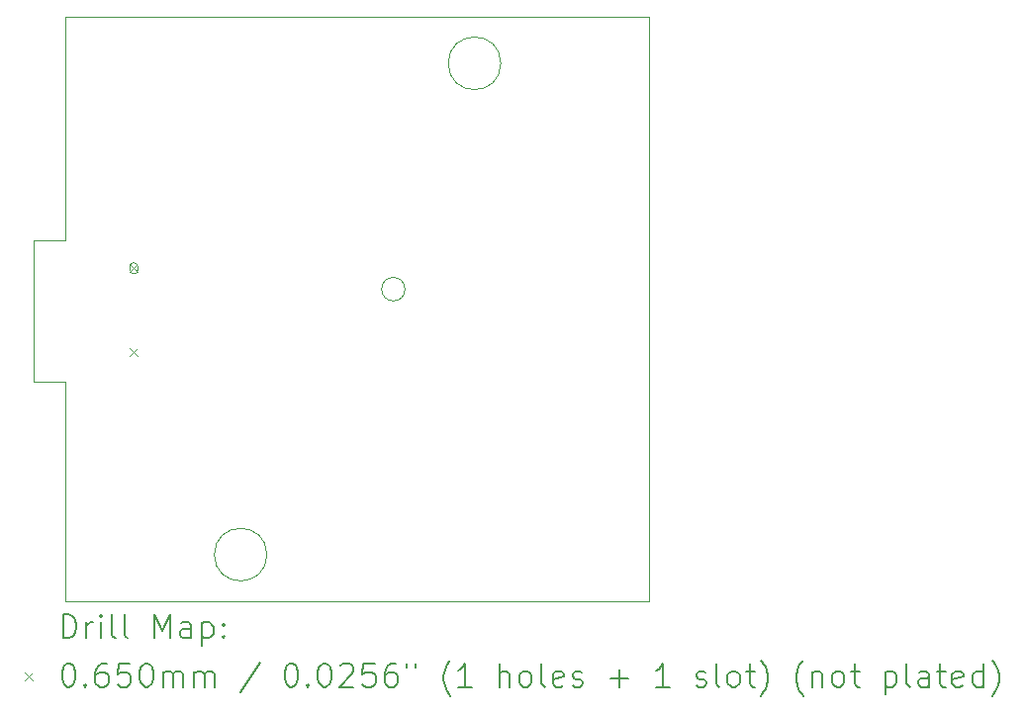
<source format=gbr>
%TF.GenerationSoftware,KiCad,Pcbnew,7.0.9*%
%TF.CreationDate,2023-11-26T00:13:49+01:00*%
%TF.ProjectId,v1,76312e6b-6963-4616-945f-706362585858,rev?*%
%TF.SameCoordinates,Original*%
%TF.FileFunction,Drillmap*%
%TF.FilePolarity,Positive*%
%FSLAX45Y45*%
G04 Gerber Fmt 4.5, Leading zero omitted, Abs format (unit mm)*
G04 Created by KiCad (PCBNEW 7.0.9) date 2023-11-26 00:13:49*
%MOMM*%
%LPD*%
G01*
G04 APERTURE LIST*
%ADD10C,0.100000*%
%ADD11C,0.200000*%
G04 APERTURE END LIST*
D10*
X17270720Y-7620000D02*
X17270720Y-12618720D01*
X12002000Y-10740000D02*
X12272000Y-10740000D01*
X17270720Y-12618720D02*
X12272000Y-12618720D01*
X12272000Y-9530000D02*
X12000000Y-9530000D01*
X12272000Y-7620000D02*
X17270720Y-7620000D01*
X15182000Y-9950000D02*
G75*
G03*
X15182000Y-9950000I-100000J0D01*
G01*
X12272000Y-12618720D02*
X12272000Y-10740000D01*
X12000000Y-9530000D02*
X12002000Y-10740000D01*
X16002200Y-8016240D02*
G75*
G03*
X16002200Y-8016240I-225000J0D01*
G01*
X14000680Y-12222480D02*
G75*
G03*
X14000680Y-12222480I-225000J0D01*
G01*
X12272000Y-9530000D02*
X12272000Y-7620000D01*
D11*
D10*
X12829500Y-9738500D02*
X12894500Y-9803500D01*
X12894500Y-9738500D02*
X12829500Y-9803500D01*
X12894500Y-9786000D02*
X12894500Y-9756000D01*
X12894500Y-9756000D02*
G75*
G03*
X12829500Y-9756000I-32500J0D01*
G01*
X12829500Y-9756000D02*
X12829500Y-9786000D01*
X12829500Y-9786000D02*
G75*
G03*
X12894500Y-9786000I32500J0D01*
G01*
X12829500Y-10458500D02*
X12894500Y-10523500D01*
X12894500Y-10458500D02*
X12829500Y-10523500D01*
D11*
X12255777Y-12935204D02*
X12255777Y-12735204D01*
X12255777Y-12735204D02*
X12303396Y-12735204D01*
X12303396Y-12735204D02*
X12331967Y-12744728D01*
X12331967Y-12744728D02*
X12351015Y-12763775D01*
X12351015Y-12763775D02*
X12360539Y-12782823D01*
X12360539Y-12782823D02*
X12370062Y-12820918D01*
X12370062Y-12820918D02*
X12370062Y-12849489D01*
X12370062Y-12849489D02*
X12360539Y-12887585D01*
X12360539Y-12887585D02*
X12351015Y-12906632D01*
X12351015Y-12906632D02*
X12331967Y-12925680D01*
X12331967Y-12925680D02*
X12303396Y-12935204D01*
X12303396Y-12935204D02*
X12255777Y-12935204D01*
X12455777Y-12935204D02*
X12455777Y-12801870D01*
X12455777Y-12839966D02*
X12465301Y-12820918D01*
X12465301Y-12820918D02*
X12474824Y-12811394D01*
X12474824Y-12811394D02*
X12493872Y-12801870D01*
X12493872Y-12801870D02*
X12512920Y-12801870D01*
X12579586Y-12935204D02*
X12579586Y-12801870D01*
X12579586Y-12735204D02*
X12570062Y-12744728D01*
X12570062Y-12744728D02*
X12579586Y-12754251D01*
X12579586Y-12754251D02*
X12589110Y-12744728D01*
X12589110Y-12744728D02*
X12579586Y-12735204D01*
X12579586Y-12735204D02*
X12579586Y-12754251D01*
X12703396Y-12935204D02*
X12684348Y-12925680D01*
X12684348Y-12925680D02*
X12674824Y-12906632D01*
X12674824Y-12906632D02*
X12674824Y-12735204D01*
X12808158Y-12935204D02*
X12789110Y-12925680D01*
X12789110Y-12925680D02*
X12779586Y-12906632D01*
X12779586Y-12906632D02*
X12779586Y-12735204D01*
X13036729Y-12935204D02*
X13036729Y-12735204D01*
X13036729Y-12735204D02*
X13103396Y-12878061D01*
X13103396Y-12878061D02*
X13170062Y-12735204D01*
X13170062Y-12735204D02*
X13170062Y-12935204D01*
X13351015Y-12935204D02*
X13351015Y-12830442D01*
X13351015Y-12830442D02*
X13341491Y-12811394D01*
X13341491Y-12811394D02*
X13322443Y-12801870D01*
X13322443Y-12801870D02*
X13284348Y-12801870D01*
X13284348Y-12801870D02*
X13265301Y-12811394D01*
X13351015Y-12925680D02*
X13331967Y-12935204D01*
X13331967Y-12935204D02*
X13284348Y-12935204D01*
X13284348Y-12935204D02*
X13265301Y-12925680D01*
X13265301Y-12925680D02*
X13255777Y-12906632D01*
X13255777Y-12906632D02*
X13255777Y-12887585D01*
X13255777Y-12887585D02*
X13265301Y-12868537D01*
X13265301Y-12868537D02*
X13284348Y-12859013D01*
X13284348Y-12859013D02*
X13331967Y-12859013D01*
X13331967Y-12859013D02*
X13351015Y-12849489D01*
X13446253Y-12801870D02*
X13446253Y-13001870D01*
X13446253Y-12811394D02*
X13465301Y-12801870D01*
X13465301Y-12801870D02*
X13503396Y-12801870D01*
X13503396Y-12801870D02*
X13522443Y-12811394D01*
X13522443Y-12811394D02*
X13531967Y-12820918D01*
X13531967Y-12820918D02*
X13541491Y-12839966D01*
X13541491Y-12839966D02*
X13541491Y-12897108D01*
X13541491Y-12897108D02*
X13531967Y-12916156D01*
X13531967Y-12916156D02*
X13522443Y-12925680D01*
X13522443Y-12925680D02*
X13503396Y-12935204D01*
X13503396Y-12935204D02*
X13465301Y-12935204D01*
X13465301Y-12935204D02*
X13446253Y-12925680D01*
X13627205Y-12916156D02*
X13636729Y-12925680D01*
X13636729Y-12925680D02*
X13627205Y-12935204D01*
X13627205Y-12935204D02*
X13617682Y-12925680D01*
X13617682Y-12925680D02*
X13627205Y-12916156D01*
X13627205Y-12916156D02*
X13627205Y-12935204D01*
X13627205Y-12811394D02*
X13636729Y-12820918D01*
X13636729Y-12820918D02*
X13627205Y-12830442D01*
X13627205Y-12830442D02*
X13617682Y-12820918D01*
X13617682Y-12820918D02*
X13627205Y-12811394D01*
X13627205Y-12811394D02*
X13627205Y-12830442D01*
D10*
X11930000Y-13231220D02*
X11995000Y-13296220D01*
X11995000Y-13231220D02*
X11930000Y-13296220D01*
D11*
X12293872Y-13155204D02*
X12312920Y-13155204D01*
X12312920Y-13155204D02*
X12331967Y-13164728D01*
X12331967Y-13164728D02*
X12341491Y-13174251D01*
X12341491Y-13174251D02*
X12351015Y-13193299D01*
X12351015Y-13193299D02*
X12360539Y-13231394D01*
X12360539Y-13231394D02*
X12360539Y-13279013D01*
X12360539Y-13279013D02*
X12351015Y-13317108D01*
X12351015Y-13317108D02*
X12341491Y-13336156D01*
X12341491Y-13336156D02*
X12331967Y-13345680D01*
X12331967Y-13345680D02*
X12312920Y-13355204D01*
X12312920Y-13355204D02*
X12293872Y-13355204D01*
X12293872Y-13355204D02*
X12274824Y-13345680D01*
X12274824Y-13345680D02*
X12265301Y-13336156D01*
X12265301Y-13336156D02*
X12255777Y-13317108D01*
X12255777Y-13317108D02*
X12246253Y-13279013D01*
X12246253Y-13279013D02*
X12246253Y-13231394D01*
X12246253Y-13231394D02*
X12255777Y-13193299D01*
X12255777Y-13193299D02*
X12265301Y-13174251D01*
X12265301Y-13174251D02*
X12274824Y-13164728D01*
X12274824Y-13164728D02*
X12293872Y-13155204D01*
X12446253Y-13336156D02*
X12455777Y-13345680D01*
X12455777Y-13345680D02*
X12446253Y-13355204D01*
X12446253Y-13355204D02*
X12436729Y-13345680D01*
X12436729Y-13345680D02*
X12446253Y-13336156D01*
X12446253Y-13336156D02*
X12446253Y-13355204D01*
X12627205Y-13155204D02*
X12589110Y-13155204D01*
X12589110Y-13155204D02*
X12570062Y-13164728D01*
X12570062Y-13164728D02*
X12560539Y-13174251D01*
X12560539Y-13174251D02*
X12541491Y-13202823D01*
X12541491Y-13202823D02*
X12531967Y-13240918D01*
X12531967Y-13240918D02*
X12531967Y-13317108D01*
X12531967Y-13317108D02*
X12541491Y-13336156D01*
X12541491Y-13336156D02*
X12551015Y-13345680D01*
X12551015Y-13345680D02*
X12570062Y-13355204D01*
X12570062Y-13355204D02*
X12608158Y-13355204D01*
X12608158Y-13355204D02*
X12627205Y-13345680D01*
X12627205Y-13345680D02*
X12636729Y-13336156D01*
X12636729Y-13336156D02*
X12646253Y-13317108D01*
X12646253Y-13317108D02*
X12646253Y-13269489D01*
X12646253Y-13269489D02*
X12636729Y-13250442D01*
X12636729Y-13250442D02*
X12627205Y-13240918D01*
X12627205Y-13240918D02*
X12608158Y-13231394D01*
X12608158Y-13231394D02*
X12570062Y-13231394D01*
X12570062Y-13231394D02*
X12551015Y-13240918D01*
X12551015Y-13240918D02*
X12541491Y-13250442D01*
X12541491Y-13250442D02*
X12531967Y-13269489D01*
X12827205Y-13155204D02*
X12731967Y-13155204D01*
X12731967Y-13155204D02*
X12722443Y-13250442D01*
X12722443Y-13250442D02*
X12731967Y-13240918D01*
X12731967Y-13240918D02*
X12751015Y-13231394D01*
X12751015Y-13231394D02*
X12798634Y-13231394D01*
X12798634Y-13231394D02*
X12817682Y-13240918D01*
X12817682Y-13240918D02*
X12827205Y-13250442D01*
X12827205Y-13250442D02*
X12836729Y-13269489D01*
X12836729Y-13269489D02*
X12836729Y-13317108D01*
X12836729Y-13317108D02*
X12827205Y-13336156D01*
X12827205Y-13336156D02*
X12817682Y-13345680D01*
X12817682Y-13345680D02*
X12798634Y-13355204D01*
X12798634Y-13355204D02*
X12751015Y-13355204D01*
X12751015Y-13355204D02*
X12731967Y-13345680D01*
X12731967Y-13345680D02*
X12722443Y-13336156D01*
X12960539Y-13155204D02*
X12979586Y-13155204D01*
X12979586Y-13155204D02*
X12998634Y-13164728D01*
X12998634Y-13164728D02*
X13008158Y-13174251D01*
X13008158Y-13174251D02*
X13017682Y-13193299D01*
X13017682Y-13193299D02*
X13027205Y-13231394D01*
X13027205Y-13231394D02*
X13027205Y-13279013D01*
X13027205Y-13279013D02*
X13017682Y-13317108D01*
X13017682Y-13317108D02*
X13008158Y-13336156D01*
X13008158Y-13336156D02*
X12998634Y-13345680D01*
X12998634Y-13345680D02*
X12979586Y-13355204D01*
X12979586Y-13355204D02*
X12960539Y-13355204D01*
X12960539Y-13355204D02*
X12941491Y-13345680D01*
X12941491Y-13345680D02*
X12931967Y-13336156D01*
X12931967Y-13336156D02*
X12922443Y-13317108D01*
X12922443Y-13317108D02*
X12912920Y-13279013D01*
X12912920Y-13279013D02*
X12912920Y-13231394D01*
X12912920Y-13231394D02*
X12922443Y-13193299D01*
X12922443Y-13193299D02*
X12931967Y-13174251D01*
X12931967Y-13174251D02*
X12941491Y-13164728D01*
X12941491Y-13164728D02*
X12960539Y-13155204D01*
X13112920Y-13355204D02*
X13112920Y-13221870D01*
X13112920Y-13240918D02*
X13122443Y-13231394D01*
X13122443Y-13231394D02*
X13141491Y-13221870D01*
X13141491Y-13221870D02*
X13170063Y-13221870D01*
X13170063Y-13221870D02*
X13189110Y-13231394D01*
X13189110Y-13231394D02*
X13198634Y-13250442D01*
X13198634Y-13250442D02*
X13198634Y-13355204D01*
X13198634Y-13250442D02*
X13208158Y-13231394D01*
X13208158Y-13231394D02*
X13227205Y-13221870D01*
X13227205Y-13221870D02*
X13255777Y-13221870D01*
X13255777Y-13221870D02*
X13274824Y-13231394D01*
X13274824Y-13231394D02*
X13284348Y-13250442D01*
X13284348Y-13250442D02*
X13284348Y-13355204D01*
X13379586Y-13355204D02*
X13379586Y-13221870D01*
X13379586Y-13240918D02*
X13389110Y-13231394D01*
X13389110Y-13231394D02*
X13408158Y-13221870D01*
X13408158Y-13221870D02*
X13436729Y-13221870D01*
X13436729Y-13221870D02*
X13455777Y-13231394D01*
X13455777Y-13231394D02*
X13465301Y-13250442D01*
X13465301Y-13250442D02*
X13465301Y-13355204D01*
X13465301Y-13250442D02*
X13474824Y-13231394D01*
X13474824Y-13231394D02*
X13493872Y-13221870D01*
X13493872Y-13221870D02*
X13522443Y-13221870D01*
X13522443Y-13221870D02*
X13541491Y-13231394D01*
X13541491Y-13231394D02*
X13551015Y-13250442D01*
X13551015Y-13250442D02*
X13551015Y-13355204D01*
X13941491Y-13145680D02*
X13770063Y-13402823D01*
X14198634Y-13155204D02*
X14217682Y-13155204D01*
X14217682Y-13155204D02*
X14236729Y-13164728D01*
X14236729Y-13164728D02*
X14246253Y-13174251D01*
X14246253Y-13174251D02*
X14255777Y-13193299D01*
X14255777Y-13193299D02*
X14265301Y-13231394D01*
X14265301Y-13231394D02*
X14265301Y-13279013D01*
X14265301Y-13279013D02*
X14255777Y-13317108D01*
X14255777Y-13317108D02*
X14246253Y-13336156D01*
X14246253Y-13336156D02*
X14236729Y-13345680D01*
X14236729Y-13345680D02*
X14217682Y-13355204D01*
X14217682Y-13355204D02*
X14198634Y-13355204D01*
X14198634Y-13355204D02*
X14179586Y-13345680D01*
X14179586Y-13345680D02*
X14170063Y-13336156D01*
X14170063Y-13336156D02*
X14160539Y-13317108D01*
X14160539Y-13317108D02*
X14151015Y-13279013D01*
X14151015Y-13279013D02*
X14151015Y-13231394D01*
X14151015Y-13231394D02*
X14160539Y-13193299D01*
X14160539Y-13193299D02*
X14170063Y-13174251D01*
X14170063Y-13174251D02*
X14179586Y-13164728D01*
X14179586Y-13164728D02*
X14198634Y-13155204D01*
X14351015Y-13336156D02*
X14360539Y-13345680D01*
X14360539Y-13345680D02*
X14351015Y-13355204D01*
X14351015Y-13355204D02*
X14341491Y-13345680D01*
X14341491Y-13345680D02*
X14351015Y-13336156D01*
X14351015Y-13336156D02*
X14351015Y-13355204D01*
X14484348Y-13155204D02*
X14503396Y-13155204D01*
X14503396Y-13155204D02*
X14522444Y-13164728D01*
X14522444Y-13164728D02*
X14531967Y-13174251D01*
X14531967Y-13174251D02*
X14541491Y-13193299D01*
X14541491Y-13193299D02*
X14551015Y-13231394D01*
X14551015Y-13231394D02*
X14551015Y-13279013D01*
X14551015Y-13279013D02*
X14541491Y-13317108D01*
X14541491Y-13317108D02*
X14531967Y-13336156D01*
X14531967Y-13336156D02*
X14522444Y-13345680D01*
X14522444Y-13345680D02*
X14503396Y-13355204D01*
X14503396Y-13355204D02*
X14484348Y-13355204D01*
X14484348Y-13355204D02*
X14465301Y-13345680D01*
X14465301Y-13345680D02*
X14455777Y-13336156D01*
X14455777Y-13336156D02*
X14446253Y-13317108D01*
X14446253Y-13317108D02*
X14436729Y-13279013D01*
X14436729Y-13279013D02*
X14436729Y-13231394D01*
X14436729Y-13231394D02*
X14446253Y-13193299D01*
X14446253Y-13193299D02*
X14455777Y-13174251D01*
X14455777Y-13174251D02*
X14465301Y-13164728D01*
X14465301Y-13164728D02*
X14484348Y-13155204D01*
X14627206Y-13174251D02*
X14636729Y-13164728D01*
X14636729Y-13164728D02*
X14655777Y-13155204D01*
X14655777Y-13155204D02*
X14703396Y-13155204D01*
X14703396Y-13155204D02*
X14722444Y-13164728D01*
X14722444Y-13164728D02*
X14731967Y-13174251D01*
X14731967Y-13174251D02*
X14741491Y-13193299D01*
X14741491Y-13193299D02*
X14741491Y-13212347D01*
X14741491Y-13212347D02*
X14731967Y-13240918D01*
X14731967Y-13240918D02*
X14617682Y-13355204D01*
X14617682Y-13355204D02*
X14741491Y-13355204D01*
X14922444Y-13155204D02*
X14827206Y-13155204D01*
X14827206Y-13155204D02*
X14817682Y-13250442D01*
X14817682Y-13250442D02*
X14827206Y-13240918D01*
X14827206Y-13240918D02*
X14846253Y-13231394D01*
X14846253Y-13231394D02*
X14893872Y-13231394D01*
X14893872Y-13231394D02*
X14912920Y-13240918D01*
X14912920Y-13240918D02*
X14922444Y-13250442D01*
X14922444Y-13250442D02*
X14931967Y-13269489D01*
X14931967Y-13269489D02*
X14931967Y-13317108D01*
X14931967Y-13317108D02*
X14922444Y-13336156D01*
X14922444Y-13336156D02*
X14912920Y-13345680D01*
X14912920Y-13345680D02*
X14893872Y-13355204D01*
X14893872Y-13355204D02*
X14846253Y-13355204D01*
X14846253Y-13355204D02*
X14827206Y-13345680D01*
X14827206Y-13345680D02*
X14817682Y-13336156D01*
X15103396Y-13155204D02*
X15065301Y-13155204D01*
X15065301Y-13155204D02*
X15046253Y-13164728D01*
X15046253Y-13164728D02*
X15036729Y-13174251D01*
X15036729Y-13174251D02*
X15017682Y-13202823D01*
X15017682Y-13202823D02*
X15008158Y-13240918D01*
X15008158Y-13240918D02*
X15008158Y-13317108D01*
X15008158Y-13317108D02*
X15017682Y-13336156D01*
X15017682Y-13336156D02*
X15027206Y-13345680D01*
X15027206Y-13345680D02*
X15046253Y-13355204D01*
X15046253Y-13355204D02*
X15084348Y-13355204D01*
X15084348Y-13355204D02*
X15103396Y-13345680D01*
X15103396Y-13345680D02*
X15112920Y-13336156D01*
X15112920Y-13336156D02*
X15122444Y-13317108D01*
X15122444Y-13317108D02*
X15122444Y-13269489D01*
X15122444Y-13269489D02*
X15112920Y-13250442D01*
X15112920Y-13250442D02*
X15103396Y-13240918D01*
X15103396Y-13240918D02*
X15084348Y-13231394D01*
X15084348Y-13231394D02*
X15046253Y-13231394D01*
X15046253Y-13231394D02*
X15027206Y-13240918D01*
X15027206Y-13240918D02*
X15017682Y-13250442D01*
X15017682Y-13250442D02*
X15008158Y-13269489D01*
X15198634Y-13155204D02*
X15198634Y-13193299D01*
X15274825Y-13155204D02*
X15274825Y-13193299D01*
X15570063Y-13431394D02*
X15560539Y-13421870D01*
X15560539Y-13421870D02*
X15541491Y-13393299D01*
X15541491Y-13393299D02*
X15531968Y-13374251D01*
X15531968Y-13374251D02*
X15522444Y-13345680D01*
X15522444Y-13345680D02*
X15512920Y-13298061D01*
X15512920Y-13298061D02*
X15512920Y-13259966D01*
X15512920Y-13259966D02*
X15522444Y-13212347D01*
X15522444Y-13212347D02*
X15531968Y-13183775D01*
X15531968Y-13183775D02*
X15541491Y-13164728D01*
X15541491Y-13164728D02*
X15560539Y-13136156D01*
X15560539Y-13136156D02*
X15570063Y-13126632D01*
X15751015Y-13355204D02*
X15636729Y-13355204D01*
X15693872Y-13355204D02*
X15693872Y-13155204D01*
X15693872Y-13155204D02*
X15674825Y-13183775D01*
X15674825Y-13183775D02*
X15655777Y-13202823D01*
X15655777Y-13202823D02*
X15636729Y-13212347D01*
X15989110Y-13355204D02*
X15989110Y-13155204D01*
X16074825Y-13355204D02*
X16074825Y-13250442D01*
X16074825Y-13250442D02*
X16065301Y-13231394D01*
X16065301Y-13231394D02*
X16046253Y-13221870D01*
X16046253Y-13221870D02*
X16017682Y-13221870D01*
X16017682Y-13221870D02*
X15998634Y-13231394D01*
X15998634Y-13231394D02*
X15989110Y-13240918D01*
X16198634Y-13355204D02*
X16179587Y-13345680D01*
X16179587Y-13345680D02*
X16170063Y-13336156D01*
X16170063Y-13336156D02*
X16160539Y-13317108D01*
X16160539Y-13317108D02*
X16160539Y-13259966D01*
X16160539Y-13259966D02*
X16170063Y-13240918D01*
X16170063Y-13240918D02*
X16179587Y-13231394D01*
X16179587Y-13231394D02*
X16198634Y-13221870D01*
X16198634Y-13221870D02*
X16227206Y-13221870D01*
X16227206Y-13221870D02*
X16246253Y-13231394D01*
X16246253Y-13231394D02*
X16255777Y-13240918D01*
X16255777Y-13240918D02*
X16265301Y-13259966D01*
X16265301Y-13259966D02*
X16265301Y-13317108D01*
X16265301Y-13317108D02*
X16255777Y-13336156D01*
X16255777Y-13336156D02*
X16246253Y-13345680D01*
X16246253Y-13345680D02*
X16227206Y-13355204D01*
X16227206Y-13355204D02*
X16198634Y-13355204D01*
X16379587Y-13355204D02*
X16360539Y-13345680D01*
X16360539Y-13345680D02*
X16351015Y-13326632D01*
X16351015Y-13326632D02*
X16351015Y-13155204D01*
X16531968Y-13345680D02*
X16512920Y-13355204D01*
X16512920Y-13355204D02*
X16474825Y-13355204D01*
X16474825Y-13355204D02*
X16455777Y-13345680D01*
X16455777Y-13345680D02*
X16446253Y-13326632D01*
X16446253Y-13326632D02*
X16446253Y-13250442D01*
X16446253Y-13250442D02*
X16455777Y-13231394D01*
X16455777Y-13231394D02*
X16474825Y-13221870D01*
X16474825Y-13221870D02*
X16512920Y-13221870D01*
X16512920Y-13221870D02*
X16531968Y-13231394D01*
X16531968Y-13231394D02*
X16541491Y-13250442D01*
X16541491Y-13250442D02*
X16541491Y-13269489D01*
X16541491Y-13269489D02*
X16446253Y-13288537D01*
X16617682Y-13345680D02*
X16636730Y-13355204D01*
X16636730Y-13355204D02*
X16674825Y-13355204D01*
X16674825Y-13355204D02*
X16693872Y-13345680D01*
X16693872Y-13345680D02*
X16703396Y-13326632D01*
X16703396Y-13326632D02*
X16703396Y-13317108D01*
X16703396Y-13317108D02*
X16693872Y-13298061D01*
X16693872Y-13298061D02*
X16674825Y-13288537D01*
X16674825Y-13288537D02*
X16646253Y-13288537D01*
X16646253Y-13288537D02*
X16627206Y-13279013D01*
X16627206Y-13279013D02*
X16617682Y-13259966D01*
X16617682Y-13259966D02*
X16617682Y-13250442D01*
X16617682Y-13250442D02*
X16627206Y-13231394D01*
X16627206Y-13231394D02*
X16646253Y-13221870D01*
X16646253Y-13221870D02*
X16674825Y-13221870D01*
X16674825Y-13221870D02*
X16693872Y-13231394D01*
X16941492Y-13279013D02*
X17093873Y-13279013D01*
X17017682Y-13355204D02*
X17017682Y-13202823D01*
X17446254Y-13355204D02*
X17331968Y-13355204D01*
X17389111Y-13355204D02*
X17389111Y-13155204D01*
X17389111Y-13155204D02*
X17370063Y-13183775D01*
X17370063Y-13183775D02*
X17351015Y-13202823D01*
X17351015Y-13202823D02*
X17331968Y-13212347D01*
X17674825Y-13345680D02*
X17693873Y-13355204D01*
X17693873Y-13355204D02*
X17731968Y-13355204D01*
X17731968Y-13355204D02*
X17751016Y-13345680D01*
X17751016Y-13345680D02*
X17760539Y-13326632D01*
X17760539Y-13326632D02*
X17760539Y-13317108D01*
X17760539Y-13317108D02*
X17751016Y-13298061D01*
X17751016Y-13298061D02*
X17731968Y-13288537D01*
X17731968Y-13288537D02*
X17703396Y-13288537D01*
X17703396Y-13288537D02*
X17684349Y-13279013D01*
X17684349Y-13279013D02*
X17674825Y-13259966D01*
X17674825Y-13259966D02*
X17674825Y-13250442D01*
X17674825Y-13250442D02*
X17684349Y-13231394D01*
X17684349Y-13231394D02*
X17703396Y-13221870D01*
X17703396Y-13221870D02*
X17731968Y-13221870D01*
X17731968Y-13221870D02*
X17751016Y-13231394D01*
X17874825Y-13355204D02*
X17855777Y-13345680D01*
X17855777Y-13345680D02*
X17846254Y-13326632D01*
X17846254Y-13326632D02*
X17846254Y-13155204D01*
X17979587Y-13355204D02*
X17960539Y-13345680D01*
X17960539Y-13345680D02*
X17951016Y-13336156D01*
X17951016Y-13336156D02*
X17941492Y-13317108D01*
X17941492Y-13317108D02*
X17941492Y-13259966D01*
X17941492Y-13259966D02*
X17951016Y-13240918D01*
X17951016Y-13240918D02*
X17960539Y-13231394D01*
X17960539Y-13231394D02*
X17979587Y-13221870D01*
X17979587Y-13221870D02*
X18008158Y-13221870D01*
X18008158Y-13221870D02*
X18027206Y-13231394D01*
X18027206Y-13231394D02*
X18036730Y-13240918D01*
X18036730Y-13240918D02*
X18046254Y-13259966D01*
X18046254Y-13259966D02*
X18046254Y-13317108D01*
X18046254Y-13317108D02*
X18036730Y-13336156D01*
X18036730Y-13336156D02*
X18027206Y-13345680D01*
X18027206Y-13345680D02*
X18008158Y-13355204D01*
X18008158Y-13355204D02*
X17979587Y-13355204D01*
X18103397Y-13221870D02*
X18179587Y-13221870D01*
X18131968Y-13155204D02*
X18131968Y-13326632D01*
X18131968Y-13326632D02*
X18141492Y-13345680D01*
X18141492Y-13345680D02*
X18160539Y-13355204D01*
X18160539Y-13355204D02*
X18179587Y-13355204D01*
X18227206Y-13431394D02*
X18236730Y-13421870D01*
X18236730Y-13421870D02*
X18255777Y-13393299D01*
X18255777Y-13393299D02*
X18265301Y-13374251D01*
X18265301Y-13374251D02*
X18274825Y-13345680D01*
X18274825Y-13345680D02*
X18284349Y-13298061D01*
X18284349Y-13298061D02*
X18284349Y-13259966D01*
X18284349Y-13259966D02*
X18274825Y-13212347D01*
X18274825Y-13212347D02*
X18265301Y-13183775D01*
X18265301Y-13183775D02*
X18255777Y-13164728D01*
X18255777Y-13164728D02*
X18236730Y-13136156D01*
X18236730Y-13136156D02*
X18227206Y-13126632D01*
X18589111Y-13431394D02*
X18579587Y-13421870D01*
X18579587Y-13421870D02*
X18560539Y-13393299D01*
X18560539Y-13393299D02*
X18551016Y-13374251D01*
X18551016Y-13374251D02*
X18541492Y-13345680D01*
X18541492Y-13345680D02*
X18531968Y-13298061D01*
X18531968Y-13298061D02*
X18531968Y-13259966D01*
X18531968Y-13259966D02*
X18541492Y-13212347D01*
X18541492Y-13212347D02*
X18551016Y-13183775D01*
X18551016Y-13183775D02*
X18560539Y-13164728D01*
X18560539Y-13164728D02*
X18579587Y-13136156D01*
X18579587Y-13136156D02*
X18589111Y-13126632D01*
X18665301Y-13221870D02*
X18665301Y-13355204D01*
X18665301Y-13240918D02*
X18674825Y-13231394D01*
X18674825Y-13231394D02*
X18693873Y-13221870D01*
X18693873Y-13221870D02*
X18722444Y-13221870D01*
X18722444Y-13221870D02*
X18741492Y-13231394D01*
X18741492Y-13231394D02*
X18751016Y-13250442D01*
X18751016Y-13250442D02*
X18751016Y-13355204D01*
X18874825Y-13355204D02*
X18855777Y-13345680D01*
X18855777Y-13345680D02*
X18846254Y-13336156D01*
X18846254Y-13336156D02*
X18836730Y-13317108D01*
X18836730Y-13317108D02*
X18836730Y-13259966D01*
X18836730Y-13259966D02*
X18846254Y-13240918D01*
X18846254Y-13240918D02*
X18855777Y-13231394D01*
X18855777Y-13231394D02*
X18874825Y-13221870D01*
X18874825Y-13221870D02*
X18903397Y-13221870D01*
X18903397Y-13221870D02*
X18922444Y-13231394D01*
X18922444Y-13231394D02*
X18931968Y-13240918D01*
X18931968Y-13240918D02*
X18941492Y-13259966D01*
X18941492Y-13259966D02*
X18941492Y-13317108D01*
X18941492Y-13317108D02*
X18931968Y-13336156D01*
X18931968Y-13336156D02*
X18922444Y-13345680D01*
X18922444Y-13345680D02*
X18903397Y-13355204D01*
X18903397Y-13355204D02*
X18874825Y-13355204D01*
X18998635Y-13221870D02*
X19074825Y-13221870D01*
X19027206Y-13155204D02*
X19027206Y-13326632D01*
X19027206Y-13326632D02*
X19036730Y-13345680D01*
X19036730Y-13345680D02*
X19055777Y-13355204D01*
X19055777Y-13355204D02*
X19074825Y-13355204D01*
X19293873Y-13221870D02*
X19293873Y-13421870D01*
X19293873Y-13231394D02*
X19312920Y-13221870D01*
X19312920Y-13221870D02*
X19351016Y-13221870D01*
X19351016Y-13221870D02*
X19370063Y-13231394D01*
X19370063Y-13231394D02*
X19379587Y-13240918D01*
X19379587Y-13240918D02*
X19389111Y-13259966D01*
X19389111Y-13259966D02*
X19389111Y-13317108D01*
X19389111Y-13317108D02*
X19379587Y-13336156D01*
X19379587Y-13336156D02*
X19370063Y-13345680D01*
X19370063Y-13345680D02*
X19351016Y-13355204D01*
X19351016Y-13355204D02*
X19312920Y-13355204D01*
X19312920Y-13355204D02*
X19293873Y-13345680D01*
X19503397Y-13355204D02*
X19484349Y-13345680D01*
X19484349Y-13345680D02*
X19474825Y-13326632D01*
X19474825Y-13326632D02*
X19474825Y-13155204D01*
X19665301Y-13355204D02*
X19665301Y-13250442D01*
X19665301Y-13250442D02*
X19655778Y-13231394D01*
X19655778Y-13231394D02*
X19636730Y-13221870D01*
X19636730Y-13221870D02*
X19598635Y-13221870D01*
X19598635Y-13221870D02*
X19579587Y-13231394D01*
X19665301Y-13345680D02*
X19646254Y-13355204D01*
X19646254Y-13355204D02*
X19598635Y-13355204D01*
X19598635Y-13355204D02*
X19579587Y-13345680D01*
X19579587Y-13345680D02*
X19570063Y-13326632D01*
X19570063Y-13326632D02*
X19570063Y-13307585D01*
X19570063Y-13307585D02*
X19579587Y-13288537D01*
X19579587Y-13288537D02*
X19598635Y-13279013D01*
X19598635Y-13279013D02*
X19646254Y-13279013D01*
X19646254Y-13279013D02*
X19665301Y-13269489D01*
X19731968Y-13221870D02*
X19808158Y-13221870D01*
X19760539Y-13155204D02*
X19760539Y-13326632D01*
X19760539Y-13326632D02*
X19770063Y-13345680D01*
X19770063Y-13345680D02*
X19789111Y-13355204D01*
X19789111Y-13355204D02*
X19808158Y-13355204D01*
X19951016Y-13345680D02*
X19931968Y-13355204D01*
X19931968Y-13355204D02*
X19893873Y-13355204D01*
X19893873Y-13355204D02*
X19874825Y-13345680D01*
X19874825Y-13345680D02*
X19865301Y-13326632D01*
X19865301Y-13326632D02*
X19865301Y-13250442D01*
X19865301Y-13250442D02*
X19874825Y-13231394D01*
X19874825Y-13231394D02*
X19893873Y-13221870D01*
X19893873Y-13221870D02*
X19931968Y-13221870D01*
X19931968Y-13221870D02*
X19951016Y-13231394D01*
X19951016Y-13231394D02*
X19960539Y-13250442D01*
X19960539Y-13250442D02*
X19960539Y-13269489D01*
X19960539Y-13269489D02*
X19865301Y-13288537D01*
X20131968Y-13355204D02*
X20131968Y-13155204D01*
X20131968Y-13345680D02*
X20112920Y-13355204D01*
X20112920Y-13355204D02*
X20074825Y-13355204D01*
X20074825Y-13355204D02*
X20055778Y-13345680D01*
X20055778Y-13345680D02*
X20046254Y-13336156D01*
X20046254Y-13336156D02*
X20036730Y-13317108D01*
X20036730Y-13317108D02*
X20036730Y-13259966D01*
X20036730Y-13259966D02*
X20046254Y-13240918D01*
X20046254Y-13240918D02*
X20055778Y-13231394D01*
X20055778Y-13231394D02*
X20074825Y-13221870D01*
X20074825Y-13221870D02*
X20112920Y-13221870D01*
X20112920Y-13221870D02*
X20131968Y-13231394D01*
X20208159Y-13431394D02*
X20217682Y-13421870D01*
X20217682Y-13421870D02*
X20236730Y-13393299D01*
X20236730Y-13393299D02*
X20246254Y-13374251D01*
X20246254Y-13374251D02*
X20255778Y-13345680D01*
X20255778Y-13345680D02*
X20265301Y-13298061D01*
X20265301Y-13298061D02*
X20265301Y-13259966D01*
X20265301Y-13259966D02*
X20255778Y-13212347D01*
X20255778Y-13212347D02*
X20246254Y-13183775D01*
X20246254Y-13183775D02*
X20236730Y-13164728D01*
X20236730Y-13164728D02*
X20217682Y-13136156D01*
X20217682Y-13136156D02*
X20208159Y-13126632D01*
M02*

</source>
